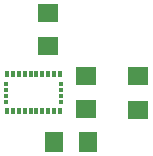
<source format=gbr>
G04 EAGLE Gerber RS-274X export*
G75*
%MOMM*%
%FSLAX34Y34*%
%LPD*%
%INSolderpaste Top*%
%IPPOS*%
%AMOC8*
5,1,8,0,0,1.08239X$1,22.5*%
G01*
%ADD10R,1.800000X1.600000*%
%ADD11R,1.600000X1.800000*%
%ADD12R,1.803000X1.600000*%
%ADD13R,0.300000X0.525000*%
%ADD14R,0.425000X0.300000*%


D10*
X158750Y62200D03*
X158750Y90200D03*
X127000Y116175D03*
X127000Y144175D03*
D11*
X132050Y34925D03*
X160050Y34925D03*
D12*
X203200Y61980D03*
X203200Y90420D03*
D13*
X136800Y60575D03*
D14*
X137425Y68700D03*
X137425Y73700D03*
X137425Y78700D03*
X137425Y83700D03*
D13*
X136800Y91825D03*
X131800Y91825D03*
X126800Y91825D03*
X121800Y91825D03*
X116800Y91825D03*
X111800Y91825D03*
X106800Y91825D03*
X101800Y91825D03*
X96800Y91825D03*
X91800Y91825D03*
D14*
X91175Y83700D03*
X91175Y78700D03*
X91175Y73700D03*
X91175Y68700D03*
D13*
X91800Y60575D03*
X96800Y60575D03*
X101800Y60575D03*
X106800Y60575D03*
X111800Y60575D03*
X116800Y60575D03*
X121800Y60575D03*
X126800Y60575D03*
X131800Y60575D03*
M02*

</source>
